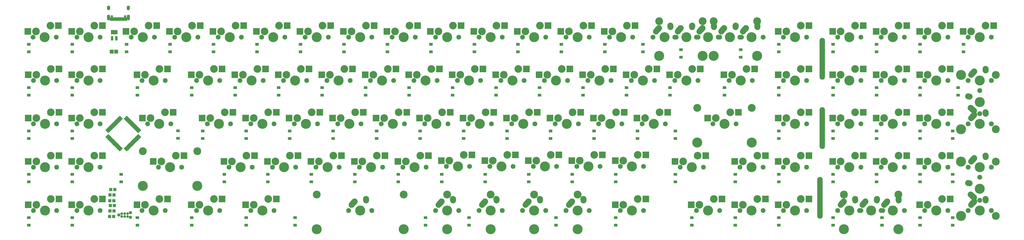
<source format=gbs>
G04 #@! TF.GenerationSoftware,KiCad,Pcbnew,(5.0.0-rc2-dev-733-g23a9fcd91)*
G04 #@! TF.CreationDate,2018-05-24T07:34:15-04:00*
G04 #@! TF.ProjectId,90plus_col2row,3930706C75735F636F6C32726F772E6B,rev?*
G04 #@! TF.SameCoordinates,Original*
G04 #@! TF.FileFunction,Soldermask,Bot*
G04 #@! TF.FilePolarity,Negative*
%FSLAX46Y46*%
G04 Gerber Fmt 4.6, Leading zero omitted, Abs format (unit mm)*
G04 Created by KiCad (PCBNEW (5.0.0-rc2-dev-733-g23a9fcd91)) date 05/24/18 07:34:15*
%MOMM*%
%LPD*%
G01*
G04 APERTURE LIST*
%ADD10O,2.400000X18.400000*%
%ADD11R,0.700000X1.550000*%
%ADD12C,1.050000*%
%ADD13R,1.000000X1.550000*%
%ADD14O,1.400000X2.000000*%
%ADD15O,1.400000X2.500000*%
%ADD16C,4.387800*%
%ADD17C,3.448000*%
%ADD18R,2.950000X2.900000*%
%ADD19C,4.380180*%
%ADD20C,3.350000*%
%ADD21C,2.100000*%
%ADD22R,1.695000X1.800000*%
%ADD23R,1.395000X1.400000*%
%ADD24R,1.600000X1.300000*%
%ADD25C,1.385520*%
%ADD26C,1.388060*%
%ADD27C,1.184860*%
%ADD28C,2.650000*%
%ADD29C,2.650000*%
%ADD30C,2.150000*%
%ADD31R,1.050000X1.960000*%
%ADD32C,0.950000*%
%ADD33C,0.100000*%
G04 APERTURE END LIST*
D10*
X411956250Y-261937500D03*
X411956250Y-292417500D03*
X410990000Y-323020000D03*
D11*
X101850000Y-244425000D03*
X102350000Y-244425000D03*
X102850000Y-244425000D03*
X105350000Y-244425000D03*
X104850000Y-244425000D03*
X104350000Y-244425000D03*
X103850000Y-244425000D03*
D12*
X106490000Y-243260000D03*
D13*
X100400000Y-244425000D03*
D14*
X107920000Y-239580000D03*
X99280000Y-239580000D03*
D15*
X107920000Y-243760000D03*
D12*
X100710000Y-243260000D03*
D15*
X99280000Y-243760000D03*
D13*
X101200000Y-244425000D03*
X106000000Y-244425000D03*
X106800000Y-244425000D03*
D11*
X103350000Y-244425000D03*
D16*
X381031750Y-298767500D03*
X357155750Y-298767500D03*
D17*
X381031750Y-283527500D03*
X357155750Y-283527500D03*
D18*
X64077500Y-287972500D03*
D19*
X71437500Y-290512500D03*
D20*
X73977500Y-285432500D03*
X67627500Y-287972500D03*
D18*
X77527500Y-285432500D03*
D21*
X76517500Y-290512500D03*
X66357500Y-290512500D03*
D22*
X100632500Y-258730000D03*
X102567500Y-258730000D03*
D23*
X99920000Y-328820000D03*
X101695000Y-328820000D03*
X101855000Y-326410000D03*
X100080000Y-326410000D03*
X100205000Y-319410000D03*
X101980000Y-319410000D03*
X101665000Y-321765000D03*
X99890000Y-321765000D03*
D24*
X64293750Y-255525000D03*
X64293750Y-258825000D03*
X83343750Y-258825000D03*
X83343750Y-255525000D03*
X107156250Y-255525000D03*
X107156250Y-258825000D03*
X126206250Y-258825000D03*
X126206250Y-255525000D03*
X145256250Y-255525000D03*
X145256250Y-258825000D03*
X164306250Y-258825000D03*
X164306250Y-255525000D03*
X183356250Y-255525000D03*
X183356250Y-258825000D03*
X202406250Y-258825000D03*
X202406250Y-255525000D03*
X221456250Y-255525000D03*
X221456250Y-258825000D03*
X240506250Y-258825000D03*
X240506250Y-255525000D03*
X259556250Y-255525000D03*
X259556250Y-258825000D03*
X278606250Y-258825000D03*
X278606250Y-255525000D03*
X297656250Y-255525000D03*
X297656250Y-258825000D03*
X316706250Y-258825000D03*
X316706250Y-255525000D03*
X333375000Y-255525000D03*
X333375000Y-258825000D03*
X350043750Y-261206250D03*
X350043750Y-257906250D03*
X376237500Y-257906250D03*
X376237500Y-261206250D03*
X392906250Y-258825000D03*
X392906250Y-255525000D03*
X64293750Y-274575000D03*
X64293750Y-277875000D03*
X83343750Y-277875000D03*
X83343750Y-274575000D03*
X111918750Y-274575000D03*
X111918750Y-277875000D03*
X135731250Y-277875000D03*
X135731250Y-274575000D03*
X154781250Y-274575000D03*
X154781250Y-277875000D03*
X173831250Y-277875000D03*
X173831250Y-274575000D03*
X192881250Y-274575000D03*
X192881250Y-277875000D03*
X211931250Y-277875000D03*
X211931250Y-274575000D03*
X230981250Y-274575000D03*
X230981250Y-277875000D03*
X250031250Y-277875000D03*
X250031250Y-274575000D03*
X269081250Y-274575000D03*
X269081250Y-277875000D03*
X288131250Y-277875000D03*
X288131250Y-274575000D03*
X307181250Y-274575000D03*
X307181250Y-277875000D03*
X326231250Y-277875000D03*
X326231250Y-274575000D03*
X345281250Y-277875000D03*
X345281250Y-274575000D03*
X369093750Y-277875000D03*
X369093750Y-274575000D03*
X392906250Y-274575000D03*
X392906250Y-277875000D03*
X64293750Y-296925000D03*
X64293750Y-293625000D03*
X83343750Y-293625000D03*
X83343750Y-296925000D03*
X129700000Y-296880000D03*
X129700000Y-293580000D03*
X140493750Y-293625000D03*
X140493750Y-296925000D03*
X159543750Y-296925000D03*
X159543750Y-293625000D03*
X178593750Y-293625000D03*
X178593750Y-296925000D03*
X197643750Y-293625000D03*
X197643750Y-296925000D03*
X216693750Y-293625000D03*
X216693750Y-296925000D03*
X235743750Y-293625000D03*
X235743750Y-296925000D03*
X254793750Y-296925000D03*
X254793750Y-293625000D03*
X273843750Y-293625000D03*
X273843750Y-296925000D03*
X292893750Y-296925000D03*
X292893750Y-293625000D03*
X311943750Y-293625000D03*
X311943750Y-296925000D03*
X330993750Y-296925000D03*
X330993750Y-293625000D03*
X347662500Y-293625000D03*
X347662500Y-296925000D03*
X392906250Y-296925000D03*
X392906250Y-293625000D03*
X64293750Y-312675000D03*
X64293750Y-315975000D03*
X83343750Y-315975000D03*
X83343750Y-312675000D03*
X104775000Y-312675000D03*
X104775000Y-315975000D03*
X150018750Y-315975000D03*
X150018750Y-312675000D03*
X169068750Y-312675000D03*
X169068750Y-315975000D03*
X188118750Y-315975000D03*
X188118750Y-312675000D03*
X207168750Y-315975000D03*
X207168750Y-312675000D03*
X226218750Y-315975000D03*
X226218750Y-312675000D03*
X245268750Y-315975000D03*
X245268750Y-312675000D03*
X264318750Y-312675000D03*
X264318750Y-315975000D03*
X283368750Y-312675000D03*
X283368750Y-315975000D03*
X302418750Y-315975000D03*
X302418750Y-312675000D03*
X321468750Y-315975000D03*
X321468750Y-312675000D03*
X347662500Y-312675000D03*
X347662500Y-315975000D03*
X373856250Y-312675000D03*
X373856250Y-315975000D03*
X392906250Y-312675000D03*
X392906250Y-315975000D03*
X64293750Y-335025000D03*
X64293750Y-331725000D03*
X83343750Y-331725000D03*
X83343750Y-335025000D03*
X111918750Y-335025000D03*
X111918750Y-331725000D03*
X135731250Y-335025000D03*
X135731250Y-331725000D03*
X159543750Y-331725000D03*
X159543750Y-335025000D03*
X180975000Y-331725000D03*
X180975000Y-335025000D03*
X238125000Y-335025000D03*
X238125000Y-331725000D03*
X257175000Y-331725000D03*
X257175000Y-335025000D03*
X295275000Y-331725000D03*
X295275000Y-335025000D03*
X321468750Y-335025000D03*
X321468750Y-331725000D03*
X354806250Y-335025000D03*
X354806250Y-331725000D03*
X373856250Y-331725000D03*
X373856250Y-335025000D03*
X392906250Y-335025000D03*
X392906250Y-331725000D03*
D25*
X108900000Y-329554000D03*
X108900000Y-331586000D03*
D26*
X103820000Y-330570000D03*
D27*
X107630000Y-331205000D03*
X107630000Y-329935000D03*
X106360000Y-331205000D03*
X106360000Y-329935000D03*
X105090000Y-331205000D03*
X105090000Y-329935000D03*
D23*
X101505000Y-331270000D03*
X99730000Y-331270000D03*
X99770000Y-324310000D03*
X101545000Y-324310000D03*
D21*
X66152500Y-252412500D03*
X76312500Y-252412500D03*
D18*
X77322500Y-247332500D03*
D20*
X67422500Y-249872500D03*
X73772500Y-247332500D03*
D19*
X71232500Y-252412500D03*
D18*
X63872500Y-249872500D03*
D21*
X85407500Y-252412500D03*
X95567500Y-252412500D03*
D18*
X96577500Y-247332500D03*
D20*
X86677500Y-249872500D03*
X93027500Y-247332500D03*
D19*
X90487500Y-252412500D03*
D18*
X83127500Y-249872500D03*
X106940000Y-249872500D03*
D19*
X114300000Y-252412500D03*
D20*
X116840000Y-247332500D03*
X110490000Y-249872500D03*
D18*
X120390000Y-247332500D03*
D21*
X119380000Y-252412500D03*
X109220000Y-252412500D03*
D18*
X125990000Y-249872500D03*
D19*
X133350000Y-252412500D03*
D20*
X135890000Y-247332500D03*
X129540000Y-249872500D03*
D18*
X139440000Y-247332500D03*
D21*
X138430000Y-252412500D03*
X128270000Y-252412500D03*
D18*
X145040000Y-249872500D03*
D19*
X152400000Y-252412500D03*
D20*
X154940000Y-247332500D03*
X148590000Y-249872500D03*
D18*
X158490000Y-247332500D03*
D21*
X157480000Y-252412500D03*
X147320000Y-252412500D03*
D18*
X164090000Y-249872500D03*
D19*
X171450000Y-252412500D03*
D20*
X173990000Y-247332500D03*
X167640000Y-249872500D03*
D18*
X177540000Y-247332500D03*
D21*
X176530000Y-252412500D03*
X166370000Y-252412500D03*
D18*
X183140000Y-249872500D03*
D19*
X190500000Y-252412500D03*
D20*
X193040000Y-247332500D03*
X186690000Y-249872500D03*
D18*
X196590000Y-247332500D03*
D21*
X195580000Y-252412500D03*
X185420000Y-252412500D03*
D18*
X202190000Y-249872500D03*
D19*
X209550000Y-252412500D03*
D20*
X212090000Y-247332500D03*
X205740000Y-249872500D03*
D18*
X215640000Y-247332500D03*
D21*
X214630000Y-252412500D03*
X204470000Y-252412500D03*
D18*
X221240000Y-249872500D03*
D19*
X228600000Y-252412500D03*
D20*
X231140000Y-247332500D03*
X224790000Y-249872500D03*
D18*
X234690000Y-247332500D03*
D21*
X233680000Y-252412500D03*
X223520000Y-252412500D03*
D18*
X240290000Y-249872500D03*
D19*
X247650000Y-252412500D03*
D20*
X250190000Y-247332500D03*
X243840000Y-249872500D03*
D18*
X253740000Y-247332500D03*
D21*
X252730000Y-252412500D03*
X242570000Y-252412500D03*
D18*
X259340000Y-249872500D03*
D19*
X266700000Y-252412500D03*
D20*
X269240000Y-247332500D03*
X262890000Y-249872500D03*
D18*
X272790000Y-247332500D03*
D21*
X271780000Y-252412500D03*
X261620000Y-252412500D03*
D18*
X278390000Y-249872500D03*
D19*
X285750000Y-252412500D03*
D20*
X288290000Y-247332500D03*
X281940000Y-249872500D03*
D18*
X291840000Y-247332500D03*
D21*
X290830000Y-252412500D03*
X280670000Y-252412500D03*
D18*
X297440000Y-249872500D03*
D19*
X304800000Y-252412500D03*
D20*
X307340000Y-247332500D03*
X300990000Y-249872500D03*
D18*
X310890000Y-247332500D03*
D21*
X309880000Y-252412500D03*
X299720000Y-252412500D03*
D18*
X316490000Y-249872500D03*
D19*
X323850000Y-252412500D03*
D20*
X326390000Y-247332500D03*
X320040000Y-249872500D03*
D18*
X329940000Y-247332500D03*
D21*
X328930000Y-252412500D03*
X318770000Y-252412500D03*
D28*
X345420000Y-247622500D03*
D29*
X345400000Y-247912500D02*
X345440000Y-247332500D01*
D28*
X345440000Y-247332500D03*
X339745001Y-249142500D03*
D29*
X339090000Y-249872500D02*
X340400002Y-248412500D01*
D16*
X342900000Y-252412500D03*
D28*
X340400000Y-248412500D03*
D30*
X337820000Y-252412500D03*
X347980000Y-252412500D03*
D28*
X354945000Y-247622500D03*
D29*
X354925000Y-247912500D02*
X354965000Y-247332500D01*
D28*
X354965000Y-247332500D03*
X349270001Y-249142500D03*
D29*
X348615000Y-249872500D02*
X349925002Y-248412500D01*
D16*
X352425000Y-252412500D03*
D28*
X349925000Y-248412500D03*
D30*
X347345000Y-252412500D03*
X357505000Y-252412500D03*
D17*
X340487000Y-245427500D03*
X364363000Y-245427500D03*
D16*
X340487000Y-260667500D03*
X364363000Y-260667500D03*
X383413000Y-260667500D03*
X359537000Y-260667500D03*
D17*
X383413000Y-245427500D03*
X359537000Y-245427500D03*
D30*
X376555000Y-252412500D03*
X366395000Y-252412500D03*
D28*
X368975000Y-248412500D03*
D16*
X371475000Y-252412500D03*
D28*
X368320001Y-249142500D03*
D29*
X367665000Y-249872500D02*
X368975002Y-248412500D01*
D28*
X374015000Y-247332500D03*
X373995000Y-247622500D03*
D29*
X373975000Y-247912500D02*
X374015000Y-247332500D01*
D18*
X392690000Y-249872500D03*
D19*
X400050000Y-252412500D03*
D20*
X402590000Y-247332500D03*
X396240000Y-249872500D03*
D18*
X406140000Y-247332500D03*
D21*
X405130000Y-252412500D03*
X394970000Y-252412500D03*
D28*
X383520000Y-247622500D03*
D29*
X383500000Y-247912500D02*
X383540000Y-247332500D01*
D28*
X383540000Y-247332500D03*
X377845001Y-249142500D03*
D29*
X377190000Y-249872500D02*
X378500002Y-248412500D01*
D16*
X381000000Y-252412500D03*
D28*
X378500000Y-248412500D03*
D30*
X375920000Y-252412500D03*
X386080000Y-252412500D03*
X367030000Y-252412500D03*
X356870000Y-252412500D03*
D28*
X359450000Y-248412500D03*
D16*
X361950000Y-252412500D03*
D28*
X358795001Y-249142500D03*
D29*
X358140000Y-249872500D02*
X359450002Y-248412500D01*
D28*
X364490000Y-247332500D03*
X364470000Y-247622500D03*
D29*
X364450000Y-247912500D02*
X364490000Y-247332500D01*
D18*
X64077500Y-268922500D03*
D19*
X71437500Y-271462500D03*
D20*
X73977500Y-266382500D03*
X67627500Y-268922500D03*
D18*
X77527500Y-266382500D03*
D21*
X76517500Y-271462500D03*
X66357500Y-271462500D03*
X85407500Y-271462500D03*
X95567500Y-271462500D03*
D18*
X96577500Y-266382500D03*
D20*
X86677500Y-268922500D03*
X93027500Y-266382500D03*
D19*
X90487500Y-271462500D03*
D18*
X83127500Y-268922500D03*
X111702500Y-268922500D03*
D19*
X119062500Y-271462500D03*
D20*
X121602500Y-266382500D03*
X115252500Y-268922500D03*
D18*
X125152500Y-266382500D03*
D21*
X124142500Y-271462500D03*
X113982500Y-271462500D03*
D18*
X135515000Y-268922500D03*
D19*
X142875000Y-271462500D03*
D20*
X145415000Y-266382500D03*
X139065000Y-268922500D03*
D18*
X148965000Y-266382500D03*
D21*
X147955000Y-271462500D03*
X137795000Y-271462500D03*
D18*
X154565000Y-268922500D03*
D19*
X161925000Y-271462500D03*
D20*
X164465000Y-266382500D03*
X158115000Y-268922500D03*
D18*
X168015000Y-266382500D03*
D21*
X167005000Y-271462500D03*
X156845000Y-271462500D03*
D18*
X173615000Y-268922500D03*
D19*
X180975000Y-271462500D03*
D20*
X183515000Y-266382500D03*
X177165000Y-268922500D03*
D18*
X187065000Y-266382500D03*
D21*
X186055000Y-271462500D03*
X175895000Y-271462500D03*
X194945000Y-271462500D03*
X205105000Y-271462500D03*
D18*
X206115000Y-266382500D03*
D20*
X196215000Y-268922500D03*
X202565000Y-266382500D03*
D19*
X200025000Y-271462500D03*
D18*
X192665000Y-268922500D03*
D21*
X213995000Y-271462500D03*
X224155000Y-271462500D03*
D18*
X225165000Y-266382500D03*
D20*
X215265000Y-268922500D03*
X221615000Y-266382500D03*
D19*
X219075000Y-271462500D03*
D18*
X211715000Y-268922500D03*
D21*
X233045000Y-271462500D03*
X243205000Y-271462500D03*
D18*
X244215000Y-266382500D03*
D20*
X234315000Y-268922500D03*
X240665000Y-266382500D03*
D19*
X238125000Y-271462500D03*
D18*
X230765000Y-268922500D03*
D21*
X252095000Y-271462500D03*
X262255000Y-271462500D03*
D18*
X263265000Y-266382500D03*
D20*
X253365000Y-268922500D03*
X259715000Y-266382500D03*
D19*
X257175000Y-271462500D03*
D18*
X249815000Y-268922500D03*
D21*
X271145000Y-271462500D03*
X281305000Y-271462500D03*
D18*
X282315000Y-266382500D03*
D20*
X272415000Y-268922500D03*
X278765000Y-266382500D03*
D19*
X276225000Y-271462500D03*
D18*
X268865000Y-268922500D03*
D21*
X290195000Y-271462500D03*
X300355000Y-271462500D03*
D18*
X301365000Y-266382500D03*
D20*
X291465000Y-268922500D03*
X297815000Y-266382500D03*
D19*
X295275000Y-271462500D03*
D18*
X287915000Y-268922500D03*
X306965000Y-268922500D03*
D19*
X314325000Y-271462500D03*
D20*
X316865000Y-266382500D03*
X310515000Y-268922500D03*
D18*
X320415000Y-266382500D03*
D21*
X319405000Y-271462500D03*
X309245000Y-271462500D03*
D18*
X326015000Y-268922500D03*
D19*
X333375000Y-271462500D03*
D20*
X335915000Y-266382500D03*
X329565000Y-268922500D03*
D18*
X339465000Y-266382500D03*
D21*
X338455000Y-271462500D03*
X328295000Y-271462500D03*
D18*
X345065000Y-268922500D03*
D19*
X352425000Y-271462500D03*
D20*
X354965000Y-266382500D03*
X348615000Y-268922500D03*
D18*
X358515000Y-266382500D03*
D21*
X357505000Y-271462500D03*
X347345000Y-271462500D03*
D18*
X368877500Y-268922500D03*
D19*
X376237500Y-271462500D03*
D20*
X378777500Y-266382500D03*
X372427500Y-268922500D03*
D18*
X382327500Y-266382500D03*
D21*
X381317500Y-271462500D03*
X371157500Y-271462500D03*
D18*
X392690000Y-268922500D03*
D19*
X400050000Y-271462500D03*
D20*
X402590000Y-266382500D03*
X396240000Y-268922500D03*
D18*
X406140000Y-266382500D03*
D21*
X405130000Y-271462500D03*
X394970000Y-271462500D03*
D18*
X83127500Y-287972500D03*
D19*
X90487500Y-290512500D03*
D20*
X93027500Y-285432500D03*
X86677500Y-287972500D03*
D18*
X96577500Y-285432500D03*
D21*
X95567500Y-290512500D03*
X85407500Y-290512500D03*
D18*
X114083750Y-287972500D03*
D19*
X121443750Y-290512500D03*
D20*
X123983750Y-285432500D03*
X117633750Y-287972500D03*
D18*
X127533750Y-285432500D03*
D21*
X126523750Y-290512500D03*
X116363750Y-290512500D03*
X142557500Y-290512500D03*
X152717500Y-290512500D03*
D18*
X153727500Y-285432500D03*
D20*
X143827500Y-287972500D03*
X150177500Y-285432500D03*
D19*
X147637500Y-290512500D03*
D18*
X140277500Y-287972500D03*
D21*
X161607500Y-290512500D03*
X171767500Y-290512500D03*
D18*
X172777500Y-285432500D03*
D20*
X162877500Y-287972500D03*
X169227500Y-285432500D03*
D19*
X166687500Y-290512500D03*
D18*
X159327500Y-287972500D03*
D21*
X180657500Y-290512500D03*
X190817500Y-290512500D03*
D18*
X191827500Y-285432500D03*
D20*
X181927500Y-287972500D03*
X188277500Y-285432500D03*
D19*
X185737500Y-290512500D03*
D18*
X178377500Y-287972500D03*
X197427500Y-287972500D03*
D19*
X204787500Y-290512500D03*
D20*
X207327500Y-285432500D03*
X200977500Y-287972500D03*
D18*
X210877500Y-285432500D03*
D21*
X209867500Y-290512500D03*
X199707500Y-290512500D03*
D18*
X216477500Y-287972500D03*
D19*
X223837500Y-290512500D03*
D20*
X226377500Y-285432500D03*
X220027500Y-287972500D03*
D18*
X229927500Y-285432500D03*
D21*
X228917500Y-290512500D03*
X218757500Y-290512500D03*
D18*
X235527500Y-287972500D03*
D19*
X242887500Y-290512500D03*
D20*
X245427500Y-285432500D03*
X239077500Y-287972500D03*
D18*
X248977500Y-285432500D03*
D21*
X247967500Y-290512500D03*
X237807500Y-290512500D03*
X256857500Y-290512500D03*
X267017500Y-290512500D03*
D18*
X268027500Y-285432500D03*
D20*
X258127500Y-287972500D03*
X264477500Y-285432500D03*
D19*
X261937500Y-290512500D03*
D18*
X254577500Y-287972500D03*
D21*
X275907500Y-290512500D03*
X286067500Y-290512500D03*
D18*
X287077500Y-285432500D03*
D20*
X277177500Y-287972500D03*
X283527500Y-285432500D03*
D19*
X280987500Y-290512500D03*
D18*
X273627500Y-287972500D03*
D21*
X294957500Y-290512500D03*
X305117500Y-290512500D03*
D18*
X306127500Y-285432500D03*
D20*
X296227500Y-287972500D03*
X302577500Y-285432500D03*
D19*
X300037500Y-290512500D03*
D18*
X292677500Y-287972500D03*
X311727500Y-287972500D03*
D19*
X319087500Y-290512500D03*
D20*
X321627500Y-285432500D03*
X315277500Y-287972500D03*
D18*
X325177500Y-285432500D03*
D21*
X324167500Y-290512500D03*
X314007500Y-290512500D03*
D18*
X330777500Y-287972500D03*
D19*
X338137500Y-290512500D03*
D20*
X340677500Y-285432500D03*
X334327500Y-287972500D03*
D18*
X344227500Y-285432500D03*
D21*
X343217500Y-290512500D03*
X333057500Y-290512500D03*
D18*
X361733750Y-287972500D03*
D19*
X369093750Y-290512500D03*
D20*
X371633750Y-285432500D03*
X365283750Y-287972500D03*
D18*
X375183750Y-285432500D03*
D21*
X374173750Y-290512500D03*
X364013750Y-290512500D03*
X394970000Y-290512500D03*
X405130000Y-290512500D03*
D18*
X406140000Y-285432500D03*
D20*
X396240000Y-287972500D03*
X402590000Y-285432500D03*
D19*
X400050000Y-290512500D03*
D18*
X392690000Y-287972500D03*
D21*
X66357500Y-309562500D03*
X76517500Y-309562500D03*
D18*
X77527500Y-304482500D03*
D20*
X67627500Y-307022500D03*
X73977500Y-304482500D03*
D19*
X71437500Y-309562500D03*
D18*
X64077500Y-307022500D03*
D21*
X85407500Y-309562500D03*
X95567500Y-309562500D03*
D18*
X96577500Y-304482500D03*
D20*
X86677500Y-307022500D03*
X93027500Y-304482500D03*
D19*
X90487500Y-309562500D03*
D18*
X83127500Y-307022500D03*
D21*
X121126250Y-309562500D03*
X131286250Y-309562500D03*
D18*
X132296250Y-304482500D03*
D20*
X122396250Y-307022500D03*
X128746250Y-304482500D03*
D19*
X126206250Y-309562500D03*
D18*
X118846250Y-307022500D03*
D21*
X152082500Y-309562500D03*
X162242500Y-309562500D03*
D18*
X163252500Y-304482500D03*
D20*
X153352500Y-307022500D03*
X159702500Y-304482500D03*
D19*
X157162500Y-309562500D03*
D18*
X149802500Y-307022500D03*
D21*
X171132500Y-309562500D03*
X181292500Y-309562500D03*
D18*
X182302500Y-304482500D03*
D20*
X172402500Y-307022500D03*
X178752500Y-304482500D03*
D19*
X176212500Y-309562500D03*
D18*
X168852500Y-307022500D03*
D21*
X190182500Y-309562500D03*
X200342500Y-309562500D03*
D18*
X201352500Y-304482500D03*
D20*
X191452500Y-307022500D03*
X197802500Y-304482500D03*
D19*
X195262500Y-309562500D03*
D18*
X187902500Y-307022500D03*
X206952500Y-307022500D03*
D19*
X214312500Y-309562500D03*
D20*
X216852500Y-304482500D03*
X210502500Y-307022500D03*
D18*
X220402500Y-304482500D03*
D21*
X219392500Y-309562500D03*
X209232500Y-309562500D03*
X228282500Y-309562500D03*
X238442500Y-309562500D03*
D18*
X239452500Y-304482500D03*
D20*
X229552500Y-307022500D03*
X235902500Y-304482500D03*
D19*
X233362500Y-309562500D03*
D18*
X226002500Y-307022500D03*
D21*
X247332500Y-309245000D03*
X257492500Y-309245000D03*
D18*
X258502500Y-304165000D03*
D20*
X248602500Y-306705000D03*
X254952500Y-304165000D03*
D19*
X252412500Y-309245000D03*
D18*
X245052500Y-306705000D03*
D21*
X266382500Y-309245000D03*
X276542500Y-309245000D03*
D18*
X277552500Y-304165000D03*
D20*
X267652500Y-306705000D03*
X274002500Y-304165000D03*
D19*
X271462500Y-309245000D03*
D18*
X264102500Y-306705000D03*
D21*
X285432500Y-309245000D03*
X295592500Y-309245000D03*
D18*
X296602500Y-304165000D03*
D20*
X286702500Y-306705000D03*
X293052500Y-304165000D03*
D19*
X290512500Y-309245000D03*
D18*
X283152500Y-306705000D03*
D21*
X304482500Y-309245000D03*
X314642500Y-309245000D03*
D18*
X315652500Y-304165000D03*
D20*
X305752500Y-306705000D03*
X312102500Y-304165000D03*
D19*
X309562500Y-309245000D03*
D18*
X302202500Y-306705000D03*
D21*
X323532500Y-309245000D03*
X333692500Y-309245000D03*
D18*
X334702500Y-304165000D03*
D20*
X324802500Y-306705000D03*
X331152500Y-304165000D03*
D19*
X328612500Y-309245000D03*
D18*
X321252500Y-306705000D03*
X347446250Y-307022500D03*
D19*
X354806250Y-309562500D03*
D20*
X357346250Y-304482500D03*
X350996250Y-307022500D03*
D18*
X360896250Y-304482500D03*
D21*
X359886250Y-309562500D03*
X349726250Y-309562500D03*
X375920000Y-309562500D03*
X386080000Y-309562500D03*
D18*
X387090000Y-304482500D03*
D20*
X377190000Y-307022500D03*
X383540000Y-304482500D03*
D19*
X381000000Y-309562500D03*
D18*
X373640000Y-307022500D03*
D21*
X394970000Y-309562500D03*
X405130000Y-309562500D03*
D18*
X406140000Y-304482500D03*
D20*
X396240000Y-307022500D03*
X402590000Y-304482500D03*
D19*
X400050000Y-309562500D03*
D18*
X392690000Y-307022500D03*
D21*
X66357500Y-328612500D03*
X76517500Y-328612500D03*
D18*
X77527500Y-323532500D03*
D20*
X67627500Y-326072500D03*
X73977500Y-323532500D03*
D19*
X71437500Y-328612500D03*
D18*
X64077500Y-326072500D03*
X83127500Y-326072500D03*
D19*
X90487500Y-328612500D03*
D20*
X93027500Y-323532500D03*
X86677500Y-326072500D03*
D18*
X96577500Y-323532500D03*
D21*
X95567500Y-328612500D03*
X85407500Y-328612500D03*
X113982500Y-328612500D03*
X124142500Y-328612500D03*
D18*
X125152500Y-323532500D03*
D20*
X115252500Y-326072500D03*
X121602500Y-323532500D03*
D19*
X119062500Y-328612500D03*
D18*
X111702500Y-326072500D03*
D21*
X137795000Y-328612500D03*
X147955000Y-328612500D03*
D18*
X148965000Y-323532500D03*
D20*
X139065000Y-326072500D03*
X145415000Y-323532500D03*
D19*
X142875000Y-328612500D03*
D18*
X135515000Y-326072500D03*
X159327500Y-326072500D03*
D19*
X166687500Y-328612500D03*
D20*
X169227500Y-323532500D03*
X162877500Y-326072500D03*
D18*
X172777500Y-323532500D03*
D21*
X171767500Y-328612500D03*
X161607500Y-328612500D03*
D16*
X228600000Y-336867500D03*
X190500000Y-336867500D03*
D17*
X228600000Y-321627500D03*
X190500000Y-321627500D03*
D30*
X214630000Y-328612500D03*
X204470000Y-328612500D03*
D28*
X207050000Y-324612500D03*
D16*
X209550000Y-328612500D03*
D28*
X206395001Y-325342500D03*
D29*
X205740000Y-326072500D02*
X207050002Y-324612500D01*
D28*
X212090000Y-323532500D03*
X212070000Y-323822500D03*
D29*
X212050000Y-324112500D02*
X212090000Y-323532500D01*
D28*
X250170000Y-323822500D03*
D29*
X250150000Y-324112500D02*
X250190000Y-323532500D01*
D28*
X250190000Y-323532500D03*
X244495001Y-325342500D03*
D29*
X243840000Y-326072500D02*
X245150002Y-324612500D01*
D16*
X247650000Y-328612500D03*
D28*
X245150000Y-324612500D03*
D30*
X242570000Y-328612500D03*
X252730000Y-328612500D03*
D17*
X190500000Y-321627500D03*
X304800000Y-321627500D03*
D16*
X190500000Y-336867500D03*
X304800000Y-336867500D03*
D28*
X288270000Y-323822500D03*
D29*
X288250000Y-324112500D02*
X288290000Y-323532500D01*
D28*
X288290000Y-323532500D03*
X282595001Y-325342500D03*
D29*
X281940000Y-326072500D02*
X283250002Y-324612500D01*
D16*
X285750000Y-328612500D03*
D28*
X283250000Y-324612500D03*
D30*
X280670000Y-328612500D03*
X290830000Y-328612500D03*
D17*
X266700000Y-321627500D03*
X304800000Y-321627500D03*
D16*
X266700000Y-336867500D03*
X304800000Y-336867500D03*
D30*
X309880000Y-328612500D03*
X299720000Y-328612500D03*
D28*
X302300000Y-324612500D03*
D16*
X304800000Y-328612500D03*
D28*
X301645001Y-325342500D03*
D29*
X300990000Y-326072500D02*
X302300002Y-324612500D01*
D28*
X307340000Y-323532500D03*
X307320000Y-323822500D03*
D29*
X307300000Y-324112500D02*
X307340000Y-323532500D01*
D21*
X323532500Y-328612500D03*
X333692500Y-328612500D03*
D18*
X334702500Y-323532500D03*
D20*
X324802500Y-326072500D03*
X331152500Y-323532500D03*
D19*
X328612500Y-328612500D03*
D18*
X321252500Y-326072500D03*
D21*
X356870000Y-328612500D03*
X367030000Y-328612500D03*
D18*
X368040000Y-323532500D03*
D20*
X358140000Y-326072500D03*
X364490000Y-323532500D03*
D19*
X361950000Y-328612500D03*
D18*
X354590000Y-326072500D03*
D21*
X375920000Y-328612500D03*
X386080000Y-328612500D03*
D18*
X387090000Y-323532500D03*
D20*
X377190000Y-326072500D03*
X383540000Y-323532500D03*
D19*
X381000000Y-328612500D03*
D18*
X373640000Y-326072500D03*
D21*
X394970000Y-328612500D03*
X405130000Y-328612500D03*
D18*
X406140000Y-323532500D03*
D20*
X396240000Y-326072500D03*
X402590000Y-323532500D03*
D19*
X400050000Y-328612500D03*
D18*
X392690000Y-326072500D03*
D17*
X285750000Y-321627500D03*
D16*
X285750000Y-336867500D03*
D28*
X269220000Y-323822500D03*
D29*
X269200000Y-324112500D02*
X269240000Y-323532500D01*
D28*
X269240000Y-323532500D03*
X263545001Y-325342500D03*
D29*
X262890000Y-326072500D02*
X264200002Y-324612500D01*
D16*
X266700000Y-328612500D03*
D28*
X264200000Y-324612500D03*
D30*
X261620000Y-328612500D03*
X271780000Y-328612500D03*
D17*
X247650000Y-321627500D03*
X285750000Y-321627500D03*
D16*
X247650000Y-336867500D03*
X285750000Y-336867500D03*
D31*
X100810000Y-250260000D03*
X101760000Y-250260000D03*
X102710000Y-250260000D03*
X102710000Y-252960000D03*
X100810000Y-252960000D03*
D32*
X106932082Y-287921064D03*
D33*
G36*
X107267958Y-286913437D02*
X107939709Y-287585188D01*
X106596206Y-288928691D01*
X105924455Y-288256940D01*
X107267958Y-286913437D01*
X107267958Y-286913437D01*
G37*
D32*
X107497767Y-288486750D03*
D33*
G36*
X107833643Y-287479123D02*
X108505394Y-288150874D01*
X107161891Y-289494377D01*
X106490140Y-288822626D01*
X107833643Y-287479123D01*
X107833643Y-287479123D01*
G37*
D32*
X108063452Y-289052435D03*
D33*
G36*
X108399328Y-288044808D02*
X109071079Y-288716559D01*
X107727576Y-290060062D01*
X107055825Y-289388311D01*
X108399328Y-288044808D01*
X108399328Y-288044808D01*
G37*
D32*
X108629138Y-289618120D03*
D33*
G36*
X108965014Y-288610493D02*
X109636765Y-289282244D01*
X108293262Y-290625747D01*
X107621511Y-289953996D01*
X108965014Y-288610493D01*
X108965014Y-288610493D01*
G37*
D32*
X109194823Y-290183806D03*
D33*
G36*
X109530699Y-289176179D02*
X110202450Y-289847930D01*
X108858947Y-291191433D01*
X108187196Y-290519682D01*
X109530699Y-289176179D01*
X109530699Y-289176179D01*
G37*
D32*
X109760509Y-290749491D03*
D33*
G36*
X110096385Y-289741864D02*
X110768136Y-290413615D01*
X109424633Y-291757118D01*
X108752882Y-291085367D01*
X110096385Y-289741864D01*
X110096385Y-289741864D01*
G37*
D32*
X110326194Y-291315177D03*
D33*
G36*
X110662070Y-290307550D02*
X111333821Y-290979301D01*
X109990318Y-292322804D01*
X109318567Y-291651053D01*
X110662070Y-290307550D01*
X110662070Y-290307550D01*
G37*
D32*
X110891880Y-291880862D03*
D33*
G36*
X111227756Y-290873235D02*
X111899507Y-291544986D01*
X110556004Y-292888489D01*
X109884253Y-292216738D01*
X111227756Y-290873235D01*
X111227756Y-290873235D01*
G37*
D32*
X111457565Y-292446548D03*
D33*
G36*
X111793441Y-291438921D02*
X112465192Y-292110672D01*
X111121689Y-293454175D01*
X110449938Y-292782424D01*
X111793441Y-291438921D01*
X111793441Y-291438921D01*
G37*
D32*
X112023250Y-293012233D03*
D33*
G36*
X112359126Y-292004606D02*
X113030877Y-292676357D01*
X111687374Y-294019860D01*
X111015623Y-293348109D01*
X112359126Y-292004606D01*
X112359126Y-292004606D01*
G37*
D32*
X112588936Y-293577918D03*
D33*
G36*
X112924812Y-292570291D02*
X113596563Y-293242042D01*
X112253060Y-294585545D01*
X111581309Y-293913794D01*
X112924812Y-292570291D01*
X112924812Y-292570291D01*
G37*
D32*
X112588936Y-295982082D03*
D33*
G36*
X113596563Y-296317958D02*
X112924812Y-296989709D01*
X111581309Y-295646206D01*
X112253060Y-294974455D01*
X113596563Y-296317958D01*
X113596563Y-296317958D01*
G37*
D32*
X112023250Y-296547767D03*
D33*
G36*
X113030877Y-296883643D02*
X112359126Y-297555394D01*
X111015623Y-296211891D01*
X111687374Y-295540140D01*
X113030877Y-296883643D01*
X113030877Y-296883643D01*
G37*
D32*
X111457565Y-297113452D03*
D33*
G36*
X112465192Y-297449328D02*
X111793441Y-298121079D01*
X110449938Y-296777576D01*
X111121689Y-296105825D01*
X112465192Y-297449328D01*
X112465192Y-297449328D01*
G37*
D32*
X110891880Y-297679138D03*
D33*
G36*
X111899507Y-298015014D02*
X111227756Y-298686765D01*
X109884253Y-297343262D01*
X110556004Y-296671511D01*
X111899507Y-298015014D01*
X111899507Y-298015014D01*
G37*
D32*
X110326194Y-298244823D03*
D33*
G36*
X111333821Y-298580699D02*
X110662070Y-299252450D01*
X109318567Y-297908947D01*
X109990318Y-297237196D01*
X111333821Y-298580699D01*
X111333821Y-298580699D01*
G37*
D32*
X109760509Y-298810509D03*
D33*
G36*
X110768136Y-299146385D02*
X110096385Y-299818136D01*
X108752882Y-298474633D01*
X109424633Y-297802882D01*
X110768136Y-299146385D01*
X110768136Y-299146385D01*
G37*
D32*
X109194823Y-299376194D03*
D33*
G36*
X110202450Y-299712070D02*
X109530699Y-300383821D01*
X108187196Y-299040318D01*
X108858947Y-298368567D01*
X110202450Y-299712070D01*
X110202450Y-299712070D01*
G37*
D32*
X108629138Y-299941880D03*
D33*
G36*
X109636765Y-300277756D02*
X108965014Y-300949507D01*
X107621511Y-299606004D01*
X108293262Y-298934253D01*
X109636765Y-300277756D01*
X109636765Y-300277756D01*
G37*
D32*
X108063452Y-300507565D03*
D33*
G36*
X109071079Y-300843441D02*
X108399328Y-301515192D01*
X107055825Y-300171689D01*
X107727576Y-299499938D01*
X109071079Y-300843441D01*
X109071079Y-300843441D01*
G37*
D32*
X107497767Y-301073250D03*
D33*
G36*
X108505394Y-301409126D02*
X107833643Y-302080877D01*
X106490140Y-300737374D01*
X107161891Y-300065623D01*
X108505394Y-301409126D01*
X108505394Y-301409126D01*
G37*
D32*
X106932082Y-301638936D03*
D33*
G36*
X107939709Y-301974812D02*
X107267958Y-302646563D01*
X105924455Y-301303060D01*
X106596206Y-300631309D01*
X107939709Y-301974812D01*
X107939709Y-301974812D01*
G37*
D32*
X104527918Y-301638936D03*
D33*
G36*
X104863794Y-300631309D02*
X105535545Y-301303060D01*
X104192042Y-302646563D01*
X103520291Y-301974812D01*
X104863794Y-300631309D01*
X104863794Y-300631309D01*
G37*
D32*
X103962233Y-301073250D03*
D33*
G36*
X104298109Y-300065623D02*
X104969860Y-300737374D01*
X103626357Y-302080877D01*
X102954606Y-301409126D01*
X104298109Y-300065623D01*
X104298109Y-300065623D01*
G37*
D32*
X103396548Y-300507565D03*
D33*
G36*
X103732424Y-299499938D02*
X104404175Y-300171689D01*
X103060672Y-301515192D01*
X102388921Y-300843441D01*
X103732424Y-299499938D01*
X103732424Y-299499938D01*
G37*
D32*
X102830862Y-299941880D03*
D33*
G36*
X103166738Y-298934253D02*
X103838489Y-299606004D01*
X102494986Y-300949507D01*
X101823235Y-300277756D01*
X103166738Y-298934253D01*
X103166738Y-298934253D01*
G37*
D32*
X102265177Y-299376194D03*
D33*
G36*
X102601053Y-298368567D02*
X103272804Y-299040318D01*
X101929301Y-300383821D01*
X101257550Y-299712070D01*
X102601053Y-298368567D01*
X102601053Y-298368567D01*
G37*
D32*
X101699491Y-298810509D03*
D33*
G36*
X102035367Y-297802882D02*
X102707118Y-298474633D01*
X101363615Y-299818136D01*
X100691864Y-299146385D01*
X102035367Y-297802882D01*
X102035367Y-297802882D01*
G37*
D32*
X101133806Y-298244823D03*
D33*
G36*
X101469682Y-297237196D02*
X102141433Y-297908947D01*
X100797930Y-299252450D01*
X100126179Y-298580699D01*
X101469682Y-297237196D01*
X101469682Y-297237196D01*
G37*
D32*
X100568120Y-297679138D03*
D33*
G36*
X100903996Y-296671511D02*
X101575747Y-297343262D01*
X100232244Y-298686765D01*
X99560493Y-298015014D01*
X100903996Y-296671511D01*
X100903996Y-296671511D01*
G37*
D32*
X100002435Y-297113452D03*
D33*
G36*
X100338311Y-296105825D02*
X101010062Y-296777576D01*
X99666559Y-298121079D01*
X98994808Y-297449328D01*
X100338311Y-296105825D01*
X100338311Y-296105825D01*
G37*
D32*
X99436750Y-296547767D03*
D33*
G36*
X99772626Y-295540140D02*
X100444377Y-296211891D01*
X99100874Y-297555394D01*
X98429123Y-296883643D01*
X99772626Y-295540140D01*
X99772626Y-295540140D01*
G37*
D32*
X98871064Y-295982082D03*
D33*
G36*
X99206940Y-294974455D02*
X99878691Y-295646206D01*
X98535188Y-296989709D01*
X97863437Y-296317958D01*
X99206940Y-294974455D01*
X99206940Y-294974455D01*
G37*
D32*
X98871064Y-293577918D03*
D33*
G36*
X99878691Y-293913794D02*
X99206940Y-294585545D01*
X97863437Y-293242042D01*
X98535188Y-292570291D01*
X99878691Y-293913794D01*
X99878691Y-293913794D01*
G37*
D32*
X99436750Y-293012233D03*
D33*
G36*
X100444377Y-293348109D02*
X99772626Y-294019860D01*
X98429123Y-292676357D01*
X99100874Y-292004606D01*
X100444377Y-293348109D01*
X100444377Y-293348109D01*
G37*
D32*
X100002435Y-292446548D03*
D33*
G36*
X101010062Y-292782424D02*
X100338311Y-293454175D01*
X98994808Y-292110672D01*
X99666559Y-291438921D01*
X101010062Y-292782424D01*
X101010062Y-292782424D01*
G37*
D32*
X100568120Y-291880862D03*
D33*
G36*
X101575747Y-292216738D02*
X100903996Y-292888489D01*
X99560493Y-291544986D01*
X100232244Y-290873235D01*
X101575747Y-292216738D01*
X101575747Y-292216738D01*
G37*
D32*
X101133806Y-291315177D03*
D33*
G36*
X102141433Y-291651053D02*
X101469682Y-292322804D01*
X100126179Y-290979301D01*
X100797930Y-290307550D01*
X102141433Y-291651053D01*
X102141433Y-291651053D01*
G37*
D32*
X101699491Y-290749491D03*
D33*
G36*
X102707118Y-291085367D02*
X102035367Y-291757118D01*
X100691864Y-290413615D01*
X101363615Y-289741864D01*
X102707118Y-291085367D01*
X102707118Y-291085367D01*
G37*
D32*
X102265177Y-290183806D03*
D33*
G36*
X103272804Y-290519682D02*
X102601053Y-291191433D01*
X101257550Y-289847930D01*
X101929301Y-289176179D01*
X103272804Y-290519682D01*
X103272804Y-290519682D01*
G37*
D32*
X102830862Y-289618120D03*
D33*
G36*
X103838489Y-289953996D02*
X103166738Y-290625747D01*
X101823235Y-289282244D01*
X102494986Y-288610493D01*
X103838489Y-289953996D01*
X103838489Y-289953996D01*
G37*
D32*
X103396548Y-289052435D03*
D33*
G36*
X104404175Y-289388311D02*
X103732424Y-290060062D01*
X102388921Y-288716559D01*
X103060672Y-288044808D01*
X104404175Y-289388311D01*
X104404175Y-289388311D01*
G37*
D32*
X103962233Y-288486750D03*
D33*
G36*
X104969860Y-288822626D02*
X104298109Y-289494377D01*
X102954606Y-288150874D01*
X103626357Y-287479123D01*
X104969860Y-288822626D01*
X104969860Y-288822626D01*
G37*
D32*
X104527918Y-287921064D03*
D33*
G36*
X105535545Y-288256940D02*
X104863794Y-288928691D01*
X103520291Y-287585188D01*
X104192042Y-286913437D01*
X105535545Y-288256940D01*
X105535545Y-288256940D01*
G37*
D16*
X138144250Y-317817500D03*
X114268250Y-317817500D03*
D17*
X138144250Y-302577500D03*
X114268250Y-302577500D03*
D24*
X416718750Y-255525000D03*
X416718750Y-258825000D03*
X435768750Y-258825000D03*
X435768750Y-255525000D03*
X454818750Y-255525000D03*
X454818750Y-258825000D03*
X473868750Y-258825000D03*
X473868750Y-255525000D03*
X416718750Y-274575000D03*
X416718750Y-277875000D03*
X435768750Y-277875000D03*
X435768750Y-274575000D03*
X454818750Y-274575000D03*
X454818750Y-277875000D03*
X471487500Y-277875000D03*
X471487500Y-274575000D03*
X416718750Y-293625000D03*
X416718750Y-296925000D03*
X435768750Y-296925000D03*
X435768750Y-293625000D03*
X454818750Y-293625000D03*
X454818750Y-296925000D03*
X469106250Y-296925000D03*
X469106250Y-293625000D03*
X416718750Y-312675000D03*
X416718750Y-315975000D03*
X435768750Y-312675000D03*
X435768750Y-315975000D03*
X454818750Y-315975000D03*
X454818750Y-312675000D03*
X469106250Y-315975000D03*
X469106250Y-312675000D03*
X416718750Y-335025000D03*
X416718750Y-331725000D03*
X438150000Y-331725000D03*
X438150000Y-335025000D03*
X454818750Y-335025000D03*
X454818750Y-331725000D03*
X469106250Y-331725000D03*
X469106250Y-335025000D03*
D18*
X416502500Y-249872500D03*
D19*
X423862500Y-252412500D03*
D20*
X426402500Y-247332500D03*
X420052500Y-249872500D03*
D18*
X429952500Y-247332500D03*
D21*
X428942500Y-252412500D03*
X418782500Y-252412500D03*
X437832500Y-252412500D03*
X447992500Y-252412500D03*
D18*
X449002500Y-247332500D03*
D20*
X439102500Y-249872500D03*
X445452500Y-247332500D03*
D19*
X442912500Y-252412500D03*
D18*
X435552500Y-249872500D03*
X454602500Y-249872500D03*
D19*
X461962500Y-252412500D03*
D20*
X464502500Y-247332500D03*
X458152500Y-249872500D03*
D18*
X468052500Y-247332500D03*
D21*
X467042500Y-252412500D03*
X456882500Y-252412500D03*
X475932500Y-252412500D03*
X486092500Y-252412500D03*
D18*
X487102500Y-247332500D03*
D20*
X477202500Y-249872500D03*
X483552500Y-247332500D03*
D19*
X481012500Y-252412500D03*
D18*
X473652500Y-249872500D03*
D21*
X418782500Y-271462500D03*
X428942500Y-271462500D03*
D18*
X429952500Y-266382500D03*
D20*
X420052500Y-268922500D03*
X426402500Y-266382500D03*
D19*
X423862500Y-271462500D03*
D18*
X416502500Y-268922500D03*
X435552500Y-268922500D03*
D19*
X442912500Y-271462500D03*
D20*
X445452500Y-266382500D03*
X439102500Y-268922500D03*
D18*
X449002500Y-266382500D03*
D21*
X447992500Y-271462500D03*
X437832500Y-271462500D03*
X456882500Y-271462500D03*
X467042500Y-271462500D03*
D18*
X468052500Y-266382500D03*
D20*
X458152500Y-268922500D03*
X464502500Y-266382500D03*
D19*
X461962500Y-271462500D03*
D18*
X454602500Y-268922500D03*
D30*
X486092500Y-271462500D03*
X475932500Y-271462500D03*
D28*
X478512500Y-267462500D03*
D16*
X481012500Y-271462500D03*
D28*
X477857501Y-268192500D03*
D29*
X477202500Y-268922500D02*
X478512502Y-267462500D01*
D28*
X483552500Y-266382500D03*
X483532500Y-266672500D03*
D29*
X483512500Y-266962500D02*
X483552500Y-266382500D01*
D18*
X416502500Y-287972500D03*
D19*
X423862500Y-290512500D03*
D20*
X426402500Y-285432500D03*
X420052500Y-287972500D03*
D18*
X429952500Y-285432500D03*
D21*
X428942500Y-290512500D03*
X418782500Y-290512500D03*
X437832500Y-290512500D03*
X447992500Y-290512500D03*
D18*
X449002500Y-285432500D03*
D20*
X439102500Y-287972500D03*
X445452500Y-285432500D03*
D19*
X442912500Y-290512500D03*
D18*
X435552500Y-287972500D03*
D21*
X456882500Y-290512500D03*
X467042500Y-290512500D03*
D18*
X468052500Y-285432500D03*
D20*
X458152500Y-287972500D03*
X464502500Y-285432500D03*
D19*
X461962500Y-290512500D03*
D18*
X454602500Y-287972500D03*
D28*
X483532500Y-285722500D03*
D29*
X483512500Y-286012500D02*
X483552500Y-285432500D01*
D28*
X483552500Y-285432500D03*
X477857501Y-287242500D03*
D29*
X477202500Y-287972500D02*
X478512502Y-286512500D01*
D16*
X481012500Y-290512500D03*
D28*
X478512500Y-286512500D03*
D30*
X475932500Y-290512500D03*
X486092500Y-290512500D03*
D18*
X416502500Y-307022500D03*
D19*
X423862500Y-309562500D03*
D20*
X426402500Y-304482500D03*
X420052500Y-307022500D03*
D18*
X429952500Y-304482500D03*
D21*
X428942500Y-309562500D03*
X418782500Y-309562500D03*
X437832500Y-309562500D03*
X447992500Y-309562500D03*
D18*
X449002500Y-304482500D03*
D20*
X439102500Y-307022500D03*
X445452500Y-304482500D03*
D19*
X442912500Y-309562500D03*
D18*
X435552500Y-307022500D03*
X454602500Y-307022500D03*
D19*
X461962500Y-309562500D03*
D20*
X464502500Y-304482500D03*
X458152500Y-307022500D03*
D18*
X468052500Y-304482500D03*
D21*
X467042500Y-309562500D03*
X456882500Y-309562500D03*
D28*
X483532500Y-304772500D03*
D29*
X483512500Y-305062500D02*
X483552500Y-304482500D01*
D28*
X483552500Y-304482500D03*
X477857501Y-306292500D03*
D29*
X477202500Y-307022500D02*
X478512502Y-305562500D01*
D16*
X481012500Y-309562500D03*
D28*
X478512500Y-305562500D03*
D30*
X475932500Y-309562500D03*
X486092500Y-309562500D03*
D28*
X426382500Y-323822500D03*
D29*
X426362500Y-324112500D02*
X426402500Y-323532500D01*
D28*
X426402500Y-323532500D03*
X420707501Y-325342500D03*
D29*
X420052500Y-326072500D02*
X421362502Y-324612500D01*
D16*
X423862500Y-328612500D03*
D28*
X421362500Y-324612500D03*
D30*
X418782500Y-328612500D03*
X428942500Y-328612500D03*
X447992500Y-328612500D03*
X437832500Y-328612500D03*
D28*
X440412500Y-324612500D03*
D16*
X442912500Y-328612500D03*
D28*
X439757501Y-325342500D03*
D29*
X439102500Y-326072500D02*
X440412502Y-324612500D01*
D28*
X445452500Y-323532500D03*
X445432500Y-323822500D03*
D29*
X445412500Y-324112500D02*
X445452500Y-323532500D01*
D18*
X454602500Y-326072500D03*
D19*
X461962500Y-328612500D03*
D20*
X464502500Y-323532500D03*
X458152500Y-326072500D03*
D18*
X468052500Y-323532500D03*
D21*
X467042500Y-328612500D03*
X456882500Y-328612500D03*
D30*
X486092500Y-328612500D03*
X475932500Y-328612500D03*
D28*
X478512500Y-324612500D03*
D16*
X481012500Y-328612500D03*
D28*
X477857501Y-325342500D03*
D29*
X477202500Y-326072500D02*
X478512502Y-324612500D01*
D28*
X483552500Y-323532500D03*
X483532500Y-323822500D03*
D29*
X483512500Y-324112500D02*
X483552500Y-323532500D01*
D28*
X435907500Y-323822500D03*
D29*
X435887500Y-324112500D02*
X435927500Y-323532500D01*
D28*
X435927500Y-323532500D03*
X430232501Y-325342500D03*
D29*
X429577500Y-326072500D02*
X430887502Y-324612500D01*
D16*
X433387500Y-328612500D03*
D28*
X430887500Y-324612500D03*
D30*
X428307500Y-328612500D03*
X438467500Y-328612500D03*
D17*
X421449500Y-321627500D03*
X445325500Y-321627500D03*
D16*
X421449500Y-336867500D03*
X445325500Y-336867500D03*
D28*
X476222500Y-278467500D03*
D29*
X476512500Y-278487500D02*
X475932500Y-278447500D01*
D28*
X475932500Y-278447500D03*
X477742500Y-284142499D03*
D29*
X478472500Y-284797500D02*
X477012500Y-283487498D01*
D16*
X481012500Y-280987500D03*
D28*
X477012500Y-283487500D03*
D30*
X481012500Y-286067500D03*
X481012500Y-275907500D03*
D17*
X487997500Y-292925500D03*
X487997500Y-269049500D03*
D16*
X472757500Y-292925500D03*
X472757500Y-269049500D03*
X472757500Y-307149500D03*
X472757500Y-331025500D03*
D17*
X487997500Y-307149500D03*
X487997500Y-331025500D03*
D30*
X481012500Y-314007500D03*
X481012500Y-324167500D03*
D28*
X477012500Y-321587500D03*
D16*
X481012500Y-319087500D03*
D28*
X477742500Y-322242499D03*
D29*
X478472500Y-322897500D02*
X477012500Y-321587498D01*
D28*
X475932500Y-316547500D03*
X476222500Y-316567500D03*
D29*
X476512500Y-316587500D02*
X475932500Y-316547500D01*
M02*

</source>
